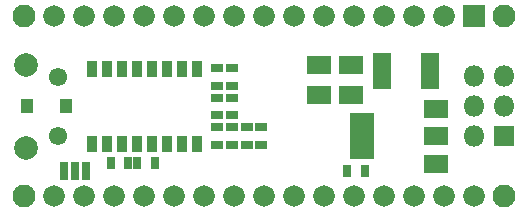
<source format=gbr>
G04 #@! TF.FileFunction,Soldermask,Bot*
%FSLAX46Y46*%
G04 Gerber Fmt 4.6, Leading zero omitted, Abs format (unit mm)*
G04 Created by KiCad (PCBNEW 4.0.7) date 05/30/18 02:56:49*
%MOMM*%
%LPD*%
G01*
G04 APERTURE LIST*
%ADD10C,0.100000*%
%ADD11C,1.551600*%
%ADD12C,2.001600*%
%ADD13R,0.701600X1.001600*%
%ADD14R,1.001600X0.701600*%
%ADD15R,2.051600X1.601600*%
%ADD16R,1.001600X1.301600*%
%ADD17R,1.625600X3.149600*%
%ADD18R,1.801600X1.801600*%
%ADD19O,1.801600X1.801600*%
%ADD20R,2.101600X3.901600*%
%ADD21R,2.101600X1.601600*%
%ADD22R,0.901600X1.401600*%
%ADD23R,0.701600X1.601600*%
%ADD24C,1.828800*%
%ADD25R,1.828800X1.828800*%
%ADD26C,1.951600*%
G04 APERTURE END LIST*
D10*
D11*
X4128000Y-6390000D03*
X4128000Y-11390000D03*
D12*
X1428000Y-5390000D03*
X1428000Y-12390000D03*
D13*
X12350000Y-13650000D03*
X10850000Y-13650000D03*
D14*
X18850000Y-10650000D03*
X18850000Y-12150000D03*
X17600000Y-9650000D03*
X17600000Y-8150000D03*
X17600000Y-10650000D03*
X17600000Y-12150000D03*
X18850000Y-9650000D03*
X18850000Y-8150000D03*
X18850000Y-7150000D03*
X18850000Y-5650000D03*
X17600000Y-5650000D03*
X17600000Y-7150000D03*
D15*
X28975000Y-7900000D03*
X26225000Y-7900000D03*
X28975000Y-5400000D03*
X26225000Y-5400000D03*
D13*
X8600000Y-13650000D03*
X10100000Y-13650000D03*
D16*
X4825000Y-8890000D03*
X1525000Y-8890000D03*
D17*
X35632000Y-5900000D03*
X31568000Y-5900000D03*
D18*
X41910000Y-11430000D03*
D19*
X39370000Y-11430000D03*
X41910000Y-8890000D03*
X39370000Y-8890000D03*
X41910000Y-6350000D03*
X39370000Y-6350000D03*
D14*
X20100000Y-12150000D03*
X20100000Y-10650000D03*
X21350000Y-12150000D03*
X21350000Y-10650000D03*
D13*
X28600000Y-14400000D03*
X30100000Y-14400000D03*
D20*
X29870000Y-11430000D03*
D21*
X36170000Y-11430000D03*
X36170000Y-13730000D03*
X36170000Y-9130000D03*
D22*
X15880000Y-12040000D03*
X14600000Y-12040000D03*
X13340000Y-12040000D03*
X12070000Y-12040000D03*
X10790000Y-12040000D03*
X9520000Y-12040000D03*
X8260000Y-12040000D03*
X6980000Y-12040000D03*
X6980000Y-5740000D03*
X8260000Y-5740000D03*
X9520000Y-5740000D03*
X10790000Y-5740000D03*
X12070000Y-5740000D03*
X13340000Y-5740000D03*
X14600000Y-5740000D03*
X15880000Y-5740000D03*
D23*
X6550000Y-14400000D03*
X5600000Y-14400000D03*
X4650000Y-14400000D03*
D24*
X39370000Y-16510000D03*
X36830000Y-16510000D03*
X34290000Y-16510000D03*
X31750000Y-16510000D03*
X29210000Y-16510000D03*
X26670000Y-16510000D03*
X24130000Y-16510000D03*
X21590000Y-16510000D03*
X19050000Y-16510000D03*
X16510000Y-16510000D03*
X13970000Y-16510000D03*
X11430000Y-16510000D03*
X8890000Y-16510000D03*
X6350000Y-16510000D03*
X3810000Y-16510000D03*
X3810000Y-1270000D03*
X6350000Y-1270000D03*
X8890000Y-1270000D03*
X11430000Y-1270000D03*
X13970000Y-1270000D03*
X16510000Y-1270000D03*
X19050000Y-1270000D03*
X21590000Y-1270000D03*
X24130000Y-1270000D03*
X26670000Y-1270000D03*
X29210000Y-1270000D03*
X31750000Y-1270000D03*
X34290000Y-1270000D03*
X36830000Y-1270000D03*
D25*
X39370000Y-1270000D03*
D26*
X41910000Y-1270000D03*
X41910000Y-16510000D03*
X1270000Y-1270000D03*
X1270000Y-16510000D03*
M02*

</source>
